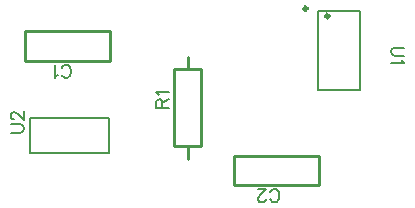
<source format=gto>
G04 Layer: TopSilkscreenLayer*
G04 EasyEDA v6.5.40, 2024-08-10 13:38:48*
G04 cb6e2e9fbd21486d88ae5690d2d3dc00,10*
G04 Gerber Generator version 0.2*
G04 Scale: 100 percent, Rotated: No, Reflected: No *
G04 Dimensions in millimeters *
G04 leading zeros omitted , absolute positions ,4 integer and 5 decimal *
%FSLAX45Y45*%
%MOMM*%

%ADD10C,0.1524*%
%ADD11C,0.2540*%
%ADD12C,0.3000*%

%LPD*%
D10*
X1383284Y-495300D02*
G01*
X1492250Y-495300D01*
X1383284Y-495300D02*
G01*
X1383284Y-448563D01*
X1388363Y-433070D01*
X1393697Y-427736D01*
X1404112Y-422655D01*
X1414526Y-422655D01*
X1424939Y-427736D01*
X1430020Y-433070D01*
X1435100Y-448563D01*
X1435100Y-495300D01*
X1435100Y-458978D02*
G01*
X1492250Y-422655D01*
X1404112Y-388365D02*
G01*
X1398778Y-377952D01*
X1383284Y-362204D01*
X1492250Y-362204D01*
X3480815Y12700D02*
G01*
X3402838Y12700D01*
X3387343Y7620D01*
X3376929Y-2794D01*
X3371850Y-18542D01*
X3371850Y-28955D01*
X3376929Y-44450D01*
X3387343Y-54863D01*
X3402838Y-59944D01*
X3480815Y-59944D01*
X3459988Y-94234D02*
G01*
X3465322Y-104647D01*
X3480815Y-120395D01*
X3371850Y-120395D01*
X151384Y-708502D02*
G01*
X229362Y-708502D01*
X244855Y-703422D01*
X255270Y-693008D01*
X260350Y-677260D01*
X260350Y-666846D01*
X255270Y-651352D01*
X244855Y-640938D01*
X229362Y-635858D01*
X151384Y-635858D01*
X177292Y-596234D02*
G01*
X172212Y-596234D01*
X161797Y-591154D01*
X156463Y-585820D01*
X151384Y-575406D01*
X151384Y-554832D01*
X156463Y-544418D01*
X161797Y-539084D01*
X172212Y-534004D01*
X182626Y-534004D01*
X193039Y-539084D01*
X208534Y-549498D01*
X260350Y-601568D01*
X260350Y-528670D01*
X582421Y-216407D02*
G01*
X587755Y-226821D01*
X598170Y-237236D01*
X608329Y-242315D01*
X629157Y-242315D01*
X639571Y-237236D01*
X649986Y-226821D01*
X655320Y-216407D01*
X660400Y-200660D01*
X660400Y-174752D01*
X655320Y-159257D01*
X649986Y-148844D01*
X639571Y-138429D01*
X629157Y-133350D01*
X608329Y-133350D01*
X598170Y-138429D01*
X587755Y-148844D01*
X582421Y-159257D01*
X548131Y-221487D02*
G01*
X537718Y-226821D01*
X522223Y-242315D01*
X522223Y-133350D01*
X2347722Y-1270507D02*
G01*
X2353056Y-1280921D01*
X2363470Y-1291336D01*
X2373629Y-1296415D01*
X2394458Y-1296415D01*
X2404872Y-1291336D01*
X2415286Y-1280921D01*
X2420620Y-1270507D01*
X2425700Y-1254760D01*
X2425700Y-1228852D01*
X2420620Y-1213357D01*
X2415286Y-1202944D01*
X2404872Y-1192529D01*
X2394458Y-1187450D01*
X2373629Y-1187450D01*
X2363470Y-1192529D01*
X2353056Y-1202944D01*
X2347722Y-1213357D01*
X2308352Y-1270507D02*
G01*
X2308352Y-1275587D01*
X2303018Y-1286002D01*
X2297938Y-1291336D01*
X2287524Y-1296415D01*
X2266695Y-1296415D01*
X2256281Y-1291336D01*
X2251202Y-1286002D01*
X2245868Y-1275587D01*
X2245868Y-1265173D01*
X2251202Y-1254760D01*
X2261615Y-1239265D01*
X2313431Y-1187450D01*
X2240788Y-1187450D01*
D11*
X1651000Y-927178D02*
G01*
X1651000Y-820300D01*
X1651403Y-170299D02*
G01*
X1651403Y-63421D01*
X1766001Y-820300D02*
G01*
X1535998Y-820300D01*
X1535998Y-820300D02*
G01*
X1535998Y-170299D01*
X1539001Y-170299D02*
G01*
X1762998Y-170299D01*
X1766001Y-170299D02*
G01*
X1766001Y-820300D01*
D10*
X2756560Y319920D02*
G01*
X3110839Y319920D01*
X3110839Y-345320D01*
X2756560Y-345320D01*
X2756560Y319920D01*
X980320Y-881042D02*
G01*
X315079Y-881042D01*
X315079Y-586762D01*
X980320Y-586762D01*
X980320Y-881042D01*
D11*
X994994Y-99593D02*
G01*
X994994Y150393D01*
X994994Y-99593D02*
G01*
X275005Y-99593D01*
X275005Y150393D02*
G01*
X275005Y-99593D01*
X275005Y150393D02*
G01*
X994994Y150393D01*
X2760294Y-1153693D02*
G01*
X2760294Y-903706D01*
X2760294Y-1153693D02*
G01*
X2040305Y-1153693D01*
X2040305Y-903706D02*
G01*
X2040305Y-1153693D01*
X2040305Y-903706D02*
G01*
X2760294Y-903706D01*
D12*
G75*
G01
X2846807Y279806D02*
G03X2846807Y279806I-15011J0D01*
G75*
G01
X2661615Y343230D02*
G03X2661615Y343230I-15011J0D01*
M02*

</source>
